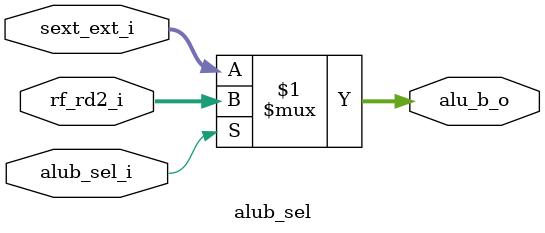
<source format=v>
`timescale 1ns / 1ps

module alub_sel(
    input alub_sel_i,
    input [31:0]rf_rd2_i,
    input [31:0]sext_ext_i,
    output [31:0]alu_b_o
    );
    //若输入的控制信号alub_sel_i为1则选择rf_rd2，否则选择sext_ext
    assign alu_b_o =  alub_sel_i ? rf_rd2_i : sext_ext_i;
endmodule

</source>
